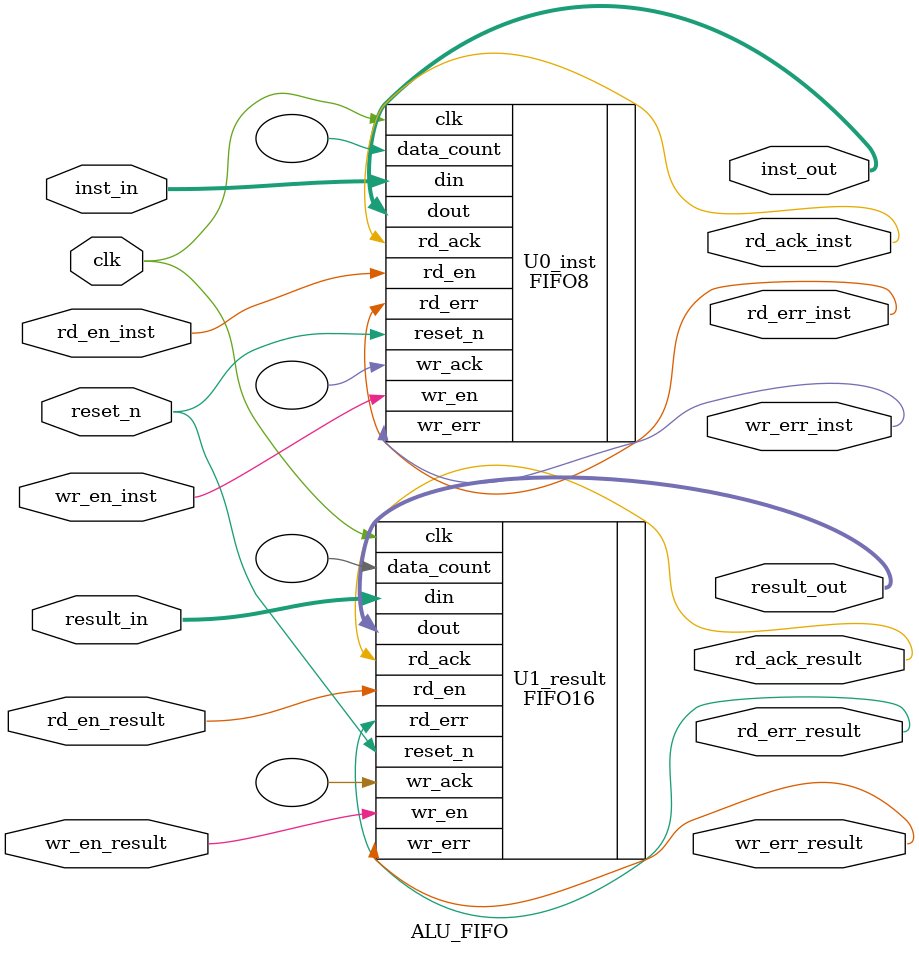
<source format=v>
module ALU_FIFO(clk, reset_n, rd_en_inst, wr_en_inst,
	inst_in, inst_out, rd_ack_inst, wr_err_inst, rd_err_inst,
	rd_en_result, wr_en_result, result_in, 
	result_out, rd_ack_result, wr_err_result, rd_err_result);
	
	input clk, reset_n, rd_en_inst, wr_en_inst, rd_en_result, wr_en_result;
	input [31:0] inst_in, result_in;
	output rd_ack_inst, wr_err_inst, rd_err_inst,
			 rd_ack_result, wr_err_result, rd_err_result;
	output [31:0] inst_out, result_out;
	
	
	////////// INSTRUCTION FIFO //////////////
	FIFO8 U0_inst(.clk(clk), .reset_n(reset_n), 
		.rd_en(rd_en_inst), .wr_en(wr_en_inst), 
		.din(inst_in), .dout(inst_out), .data_count(),
		.rd_ack(rd_ack_inst), .rd_err(rd_err_inst), 
		.wr_ack(), .wr_err(wr_err_inst));
	
	
	////////// RESULT FIFO //////////////
	FIFO16 U1_result(.clk(clk), .reset_n(reset_n), 
		.rd_en(rd_en_result), .wr_en(wr_en_result), 
		.din(result_in), .dout(result_out), .data_count(),
		.rd_ack(rd_ack_result), .rd_err(rd_err_result), 
		.wr_ack(), .wr_err(wr_err_result));
	
endmodule

</source>
